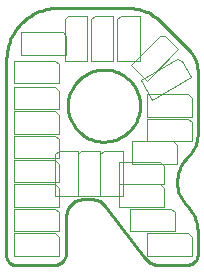
<source format=gto>
G75*
%MOIN*%
%OFA0B0*%
%FSLAX24Y24*%
%IPPOS*%
%LPD*%
%AMOC8*
5,1,8,0,0,1.08239X$1,22.5*
%
%ADD10C,0.0100*%
%ADD11C,0.0040*%
D10*
X002671Y002579D02*
X003996Y002579D01*
X004036Y002584D01*
X004074Y002592D01*
X004112Y002604D01*
X004148Y002619D01*
X004183Y002638D01*
X004216Y002660D01*
X004247Y002684D01*
X004276Y002712D01*
X004302Y002742D01*
X004324Y002774D01*
X004344Y002808D01*
X004361Y002844D01*
X004374Y002881D01*
X004384Y002919D01*
X004390Y002958D01*
X004393Y002998D01*
X004392Y003037D01*
X004392Y004208D01*
X004394Y004254D01*
X004400Y004300D01*
X004409Y004345D01*
X004422Y004390D01*
X004439Y004433D01*
X004459Y004474D01*
X004483Y004514D01*
X004510Y004551D01*
X004540Y004587D01*
X004572Y004619D01*
X004608Y004649D01*
X004645Y004676D01*
X004685Y004700D01*
X004726Y004720D01*
X004769Y004737D01*
X004814Y004750D01*
X004859Y004759D01*
X004905Y004765D01*
X004951Y004767D01*
X005240Y004767D01*
X005684Y004547D02*
X006987Y002844D01*
X007396Y002579D02*
X008413Y002579D01*
X008450Y002581D01*
X008487Y002587D01*
X008522Y002596D01*
X008557Y002610D01*
X008590Y002626D01*
X008621Y002647D01*
X008650Y002670D01*
X008676Y002696D01*
X008699Y002725D01*
X008720Y002756D01*
X008736Y002789D01*
X008750Y002824D01*
X008759Y002859D01*
X008765Y002896D01*
X008767Y002933D01*
X008767Y003609D01*
X008390Y004581D02*
X008385Y004586D01*
X008386Y004586D02*
X008343Y004632D01*
X008302Y004680D01*
X008265Y004731D01*
X008231Y004784D01*
X008200Y004839D01*
X008172Y004896D01*
X008148Y004954D01*
X008127Y005013D01*
X008110Y005074D01*
X008097Y005136D01*
X008088Y005198D01*
X008082Y005261D01*
X008080Y005324D01*
X008454Y006204D02*
X008454Y006204D01*
X008767Y006959D02*
X008767Y009017D01*
X008457Y009764D02*
X007522Y010699D01*
X006453Y011142D02*
X004130Y011142D01*
X004129Y011142D02*
X004048Y011141D01*
X003967Y011137D01*
X003886Y011129D01*
X003806Y011117D01*
X003726Y011101D01*
X003647Y011081D01*
X003569Y011058D01*
X003493Y011031D01*
X003417Y011000D01*
X003344Y010966D01*
X003272Y010929D01*
X003202Y010888D01*
X003133Y010843D01*
X003068Y010796D01*
X003004Y010745D01*
X002943Y010692D01*
X002884Y010635D01*
X002829Y010576D01*
X002776Y010515D01*
X002726Y010450D01*
X002679Y010384D01*
X002636Y010315D01*
X002595Y010245D01*
X002559Y010172D01*
X002525Y010098D01*
X002495Y010023D01*
X002469Y009946D01*
X002447Y009868D01*
X002428Y009789D01*
X002413Y009709D01*
X002402Y009628D01*
X002395Y009547D01*
X002391Y009466D01*
X002392Y009466D02*
X002392Y002921D01*
X002390Y002889D01*
X002392Y002856D01*
X002397Y002824D01*
X002406Y002792D01*
X002418Y002762D01*
X002433Y002733D01*
X002450Y002705D01*
X002471Y002680D01*
X002494Y002657D01*
X002520Y002637D01*
X002547Y002619D01*
X002576Y002604D01*
X002607Y002593D01*
X002639Y002585D01*
X002671Y002580D01*
X005240Y004767D02*
X005287Y004765D01*
X005333Y004759D01*
X005378Y004750D01*
X005423Y004736D01*
X005467Y004719D01*
X005508Y004698D01*
X005548Y004674D01*
X005586Y004647D01*
X005621Y004617D01*
X005654Y004583D01*
X005684Y004548D01*
X008390Y004581D02*
X008438Y004529D01*
X008483Y004473D01*
X008525Y004416D01*
X008564Y004356D01*
X008600Y004294D01*
X008632Y004231D01*
X008662Y004166D01*
X008687Y004099D01*
X008710Y004031D01*
X008728Y003962D01*
X008743Y003893D01*
X008755Y003822D01*
X008762Y003751D01*
X008766Y003680D01*
X008767Y003609D01*
X007397Y002580D02*
X007351Y002587D01*
X007307Y002598D01*
X007263Y002612D01*
X007221Y002631D01*
X007181Y002652D01*
X007142Y002677D01*
X007106Y002705D01*
X007072Y002736D01*
X007041Y002770D01*
X007013Y002806D01*
X006988Y002844D01*
X008079Y005324D02*
X008081Y005389D01*
X008087Y005455D01*
X008096Y005519D01*
X008109Y005584D01*
X008125Y005647D01*
X008144Y005710D01*
X008167Y005771D01*
X008192Y005831D01*
X008221Y005890D01*
X008253Y005947D01*
X008288Y006003D01*
X008325Y006056D01*
X008366Y006108D01*
X008409Y006157D01*
X008454Y006204D01*
X008455Y006204D02*
X008499Y006251D01*
X008540Y006301D01*
X008578Y006353D01*
X008613Y006407D01*
X008645Y006463D01*
X008673Y006521D01*
X008698Y006581D01*
X008719Y006642D01*
X008736Y006704D01*
X008750Y006767D01*
X008759Y006830D01*
X008765Y006895D01*
X008767Y006959D01*
X008455Y006204D02*
X008454Y006203D01*
X008766Y009017D02*
X008764Y009081D01*
X008758Y009144D01*
X008749Y009207D01*
X008735Y009270D01*
X008718Y009331D01*
X008697Y009391D01*
X008673Y009450D01*
X008645Y009508D01*
X008614Y009563D01*
X008579Y009617D01*
X008541Y009668D01*
X008500Y009717D01*
X008457Y009764D01*
X007522Y010699D02*
X007468Y010750D01*
X007412Y010799D01*
X007354Y010844D01*
X007293Y010887D01*
X007230Y010927D01*
X007166Y010963D01*
X007099Y010997D01*
X007032Y011027D01*
X006962Y011054D01*
X006892Y011077D01*
X006820Y011097D01*
X006748Y011113D01*
X006675Y011126D01*
X006601Y011135D01*
X006527Y011140D01*
X006453Y011142D01*
X004442Y007892D02*
X004444Y007961D01*
X004450Y008030D01*
X004460Y008098D01*
X004474Y008166D01*
X004491Y008233D01*
X004513Y008299D01*
X004538Y008363D01*
X004567Y008426D01*
X004600Y008487D01*
X004636Y008546D01*
X004675Y008603D01*
X004718Y008657D01*
X004763Y008709D01*
X004812Y008759D01*
X004863Y008805D01*
X004917Y008848D01*
X004974Y008889D01*
X005032Y008925D01*
X005093Y008959D01*
X005155Y008989D01*
X005219Y009015D01*
X005284Y009037D01*
X005351Y009056D01*
X005419Y009071D01*
X005487Y009082D01*
X005556Y009089D01*
X005625Y009092D01*
X005694Y009091D01*
X005763Y009086D01*
X005831Y009077D01*
X005899Y009064D01*
X005966Y009047D01*
X006033Y009027D01*
X006097Y009002D01*
X006160Y008974D01*
X006222Y008943D01*
X006281Y008907D01*
X006339Y008869D01*
X006394Y008827D01*
X006447Y008782D01*
X006497Y008734D01*
X006544Y008684D01*
X006588Y008630D01*
X006629Y008575D01*
X006667Y008517D01*
X006701Y008457D01*
X006732Y008395D01*
X006759Y008331D01*
X006782Y008266D01*
X006802Y008200D01*
X006818Y008132D01*
X006830Y008064D01*
X006838Y007996D01*
X006842Y007927D01*
X006842Y007857D01*
X006838Y007788D01*
X006830Y007720D01*
X006818Y007652D01*
X006802Y007584D01*
X006782Y007518D01*
X006759Y007453D01*
X006732Y007389D01*
X006701Y007327D01*
X006667Y007267D01*
X006629Y007209D01*
X006588Y007154D01*
X006544Y007100D01*
X006497Y007050D01*
X006447Y007002D01*
X006394Y006957D01*
X006339Y006915D01*
X006281Y006877D01*
X006222Y006841D01*
X006160Y006810D01*
X006097Y006782D01*
X006033Y006757D01*
X005966Y006737D01*
X005899Y006720D01*
X005831Y006707D01*
X005763Y006698D01*
X005694Y006693D01*
X005625Y006692D01*
X005556Y006695D01*
X005487Y006702D01*
X005419Y006713D01*
X005351Y006728D01*
X005284Y006747D01*
X005219Y006769D01*
X005155Y006795D01*
X005093Y006825D01*
X005032Y006859D01*
X004974Y006895D01*
X004917Y006936D01*
X004863Y006979D01*
X004812Y007025D01*
X004763Y007075D01*
X004718Y007127D01*
X004675Y007181D01*
X004636Y007238D01*
X004600Y007297D01*
X004567Y007358D01*
X004538Y007421D01*
X004513Y007485D01*
X004491Y007551D01*
X004474Y007618D01*
X004460Y007686D01*
X004450Y007754D01*
X004444Y007823D01*
X004442Y007892D01*
D11*
X004142Y007767D02*
X002642Y007767D01*
X002642Y008517D01*
X004017Y008517D01*
X004142Y008392D01*
X004142Y007767D01*
X004017Y007704D02*
X004142Y007579D01*
X004142Y006954D01*
X002642Y006954D01*
X002642Y007704D01*
X004017Y007704D01*
X004017Y006892D02*
X004142Y006767D01*
X004142Y006142D01*
X002642Y006142D01*
X002642Y006892D01*
X004017Y006892D01*
X004142Y006392D02*
X004017Y006267D01*
X004017Y004892D01*
X004767Y004892D01*
X004767Y006267D01*
X004892Y006392D01*
X005517Y006392D01*
X005517Y004892D01*
X005517Y006267D01*
X005642Y006392D01*
X006267Y006392D01*
X006267Y004892D01*
X005517Y004892D01*
X004767Y004892D01*
X004767Y006392D01*
X004142Y006392D01*
X004017Y006079D02*
X004142Y005954D01*
X004142Y005329D01*
X002642Y005329D01*
X002642Y006079D01*
X004017Y006079D01*
X004017Y005267D02*
X004142Y005142D01*
X004142Y004517D01*
X002642Y004517D01*
X002642Y005267D01*
X004017Y005267D01*
X004017Y004454D02*
X004142Y004329D01*
X004142Y003704D01*
X002642Y003704D01*
X002642Y004454D01*
X004017Y004454D01*
X004017Y003642D02*
X004142Y003517D01*
X004142Y002892D01*
X002642Y002892D01*
X002642Y003642D01*
X004017Y003642D01*
X006142Y004517D02*
X006142Y005267D01*
X007517Y005267D01*
X007642Y005142D01*
X007642Y004517D01*
X006142Y004517D01*
X006517Y004454D02*
X007892Y004454D01*
X008017Y004329D01*
X008017Y003704D01*
X006517Y003704D01*
X006517Y004454D01*
X006142Y005267D02*
X006142Y006017D01*
X007517Y006017D01*
X007642Y005892D01*
X007642Y005267D01*
X006142Y005267D01*
X006579Y005954D02*
X006579Y006704D01*
X007954Y006704D01*
X008079Y006579D01*
X008079Y005954D01*
X006579Y005954D01*
X007079Y006704D02*
X007079Y007454D01*
X008454Y007454D01*
X008579Y007329D01*
X008579Y006704D01*
X007079Y006704D01*
X007079Y007517D02*
X007079Y008267D01*
X008454Y008267D01*
X008579Y008142D01*
X008579Y007517D01*
X007079Y007517D01*
X007247Y008093D02*
X006872Y008743D01*
X008063Y009430D01*
X008234Y009385D01*
X008546Y008843D01*
X007247Y008093D01*
X007064Y008710D02*
X006534Y009241D01*
X007506Y010213D01*
X007683Y010213D01*
X008125Y009771D01*
X007064Y008710D01*
X006829Y009392D02*
X006079Y009392D01*
X006079Y010767D01*
X006204Y010892D01*
X006829Y010892D01*
X006829Y009392D01*
X005954Y009392D02*
X005204Y009392D01*
X005204Y010767D01*
X005329Y010892D01*
X005954Y010892D01*
X005954Y009392D01*
X005079Y009392D02*
X004329Y009392D01*
X004329Y010767D01*
X004454Y010892D01*
X005079Y010892D01*
X005079Y009392D01*
X004392Y009579D02*
X002892Y009579D01*
X002892Y010329D01*
X004267Y010329D01*
X004392Y010204D01*
X004392Y009579D01*
X004142Y009267D02*
X004017Y009392D01*
X002642Y009392D01*
X002642Y008642D01*
X004142Y008642D01*
X004142Y009267D01*
X007079Y003642D02*
X008454Y003642D01*
X008579Y003517D01*
X008579Y002892D01*
X007079Y002892D01*
X007079Y003642D01*
M02*

</source>
